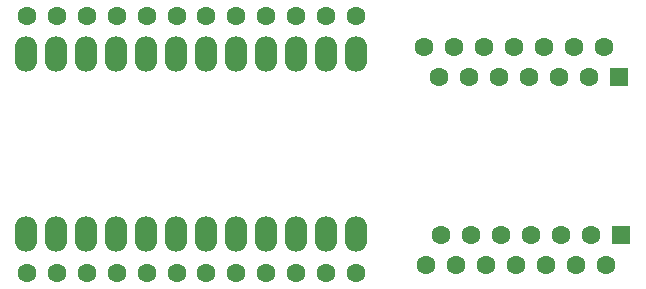
<source format=gts>
G04 Layer: TopSolderMaskLayer*
G04 EasyEDA v6.5.37, 2023-11-05 12:22:53*
G04 b38ca7787a6d49d182703bcf24ee71ae,61ca570dd1bc49e89b508e185065188e,10*
G04 Gerber Generator version 0.2*
G04 Scale: 100 percent, Rotated: No, Reflected: No *
G04 Dimensions in millimeters *
G04 leading zeros omitted , absolute positions ,4 integer and 5 decimal *
%FSLAX45Y45*%
%MOMM*%

%AMMACRO1*1,1,$1,$2,$3*1,1,$1,$4,$5*1,1,$1,0-$2,0-$3*1,1,$1,0-$4,0-$5*20,1,$1,$2,$3,$4,$5,0*20,1,$1,$4,$5,0-$2,0-$3,0*20,1,$1,0-$2,0-$3,0-$4,0-$5,0*20,1,$1,0-$4,0-$5,$2,$3,0*4,1,4,$2,$3,$4,$5,0-$2,0-$3,0-$4,0-$5,$2,$3,0*%
%ADD10O,1.8796X3.0031944*%
%ADD11C,1.6016*%
%ADD12MACRO1,0.1016X0.75X-0.75X-0.75X-0.75*%
%ADD13MACRO1,0.1016X0.75X0.75X-0.75X0.75*%

%LPD*%
D10*
G01*
X4352416Y8597900D03*
G01*
X4098416Y8597900D03*
G01*
X3844391Y8597900D03*
G01*
X3590391Y8597900D03*
G01*
X3336416Y8597900D03*
G01*
X3082391Y8597900D03*
G01*
X2828391Y8597900D03*
G01*
X2574391Y8597900D03*
G01*
X2320391Y8597900D03*
G01*
X2066391Y8597900D03*
G01*
X1812391Y8597900D03*
G01*
X1812391Y10121900D03*
G01*
X2066416Y10121900D03*
G01*
X2320416Y10121900D03*
G01*
X2574442Y10121900D03*
G01*
X2828442Y10121900D03*
G01*
X3082442Y10121900D03*
G01*
X3336442Y10121900D03*
G01*
X3590442Y10121900D03*
G01*
X3844442Y10121900D03*
G01*
X4098442Y10121900D03*
G01*
X4352442Y10121900D03*
G01*
X4606391Y8597900D03*
G01*
X4606391Y10121900D03*
D11*
G01*
X5194300Y8331200D03*
G01*
X5321300Y8585200D03*
G01*
X5448300Y8331200D03*
G01*
X5575300Y8585200D03*
G01*
X5702300Y8331200D03*
G01*
X5829300Y8585200D03*
G01*
X5956300Y8331200D03*
G01*
X6083300Y8585200D03*
G01*
X6210300Y8331200D03*
G01*
X6337300Y8585200D03*
G01*
X6464300Y8331200D03*
G01*
X6591300Y8585200D03*
G01*
X6718300Y8331200D03*
D12*
G01*
X6845298Y8585201D03*
D11*
G01*
X1812544Y10439400D03*
G01*
X2066543Y10439400D03*
G01*
X2320543Y10439400D03*
G01*
X2574543Y10439400D03*
G01*
X2828543Y10439400D03*
G01*
X3082543Y10439400D03*
G01*
X3336290Y10439400D03*
G01*
X3590290Y10439400D03*
G01*
X3844290Y10439400D03*
G01*
X4098290Y10439400D03*
G01*
X4352290Y10439400D03*
G01*
X4606290Y10439400D03*
G01*
X3082543Y8267700D03*
G01*
X2828543Y8267700D03*
G01*
X2574543Y8267700D03*
G01*
X2320543Y8267700D03*
G01*
X2066543Y8267700D03*
G01*
X1812544Y8267700D03*
G01*
X4606290Y8267700D03*
G01*
X4352290Y8267700D03*
G01*
X4098290Y8267700D03*
G01*
X3844290Y8267700D03*
G01*
X3590290Y8267700D03*
G01*
X3336290Y8267700D03*
G01*
X5174488Y10177018D03*
G01*
X5301488Y9923018D03*
G01*
X5428488Y10177018D03*
G01*
X5555488Y9923018D03*
G01*
X5682488Y10177018D03*
G01*
X5809488Y9923018D03*
G01*
X5936488Y10177018D03*
G01*
X6063488Y9923018D03*
G01*
X6190488Y10177018D03*
G01*
X6317488Y9923018D03*
G01*
X6444488Y10177018D03*
G01*
X6571488Y9923018D03*
G01*
X6698488Y10177018D03*
D13*
G01*
X6825486Y9923016D03*
M02*

</source>
